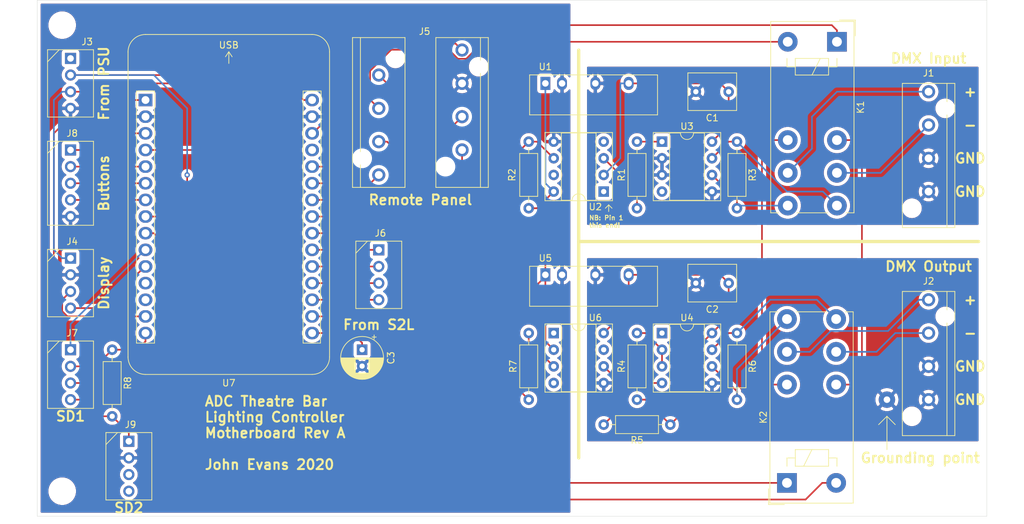
<source format=kicad_pcb>
(kicad_pcb (version 20171130) (host pcbnew "(5.1.4-0-10_14)")
  (layers (0 F.Cu signal) (31 B.Cu signal) (34 B.Paste user) (35 F.Paste user) (36 B.SilkS user) (37 F.SilkS user) (38 B.Mask user) (39 F.Mask user) (44 Edge.Cuts user))
  (net 0 "")
  (net 1 +5VD)
  (net 2 GNDD)
  (net 3 GND)
  (net 4 +5VL)
  (net 5 "Net-(C3-Pad1)")
  (net 6 "Net-(J1-Pad1)")
  (net 7 "Net-(J1-Pad2)")
  (net 8 "Net-(J2-Pad2)")
  (net 9 "Net-(J2-Pad1)")
  (net 10 "Net-(J3-Pad1)")
  (net 11 +12V)
  (net 12 +5V)
  (net 13 /I2C_SCL)
  (net 14 /I2C_SDA)
  (net 15 /BUTTON_1)
  (net 16 /BUTTON_2)
  (net 17 /LED_2)
  (net 18 /LED_1)
  (net 19 /LED_4)
  (net 20 /BUTTON_4)
  (net 21 /ADC_CH_4)
  (net 22 /ADC_CH_3)
  (net 23 /ADC_CH_2)
  (net 24 /ADC_CH_1)
  (net 25 /CS_D3)
  (net 26 /CLK)
  (net 27 /MOSI_CMD)
  (net 28 /MISO_D0)
  (net 29 "Net-(J8-Pad1)")
  (net 30 "Net-(J8-Pad2)")
  (net 31 "Net-(J8-Pad3)")
  (net 32 "Net-(J8-Pad4)")
  (net 33 +3V3)
  (net 34 "Net-(J9-Pad3)")
  (net 35 "Net-(J9-Pad4)")
  (net 36 "Net-(K1-Pad24)")
  (net 37 "Net-(K1-Pad22)")
  (net 38 "Net-(K1-Pad12)")
  (net 39 "Net-(K1-Pad14)")
  (net 40 "Net-(K2-Pad14)")
  (net 41 "Net-(K2-Pad24)")
  (net 42 "Net-(R1-Pad2)")
  (net 43 "Net-(R1-Pad1)")
  (net 44 /DMX_RX)
  (net 45 "Net-(R4-Pad2)")
  (net 46 "Net-(R5-Pad2)")
  (net 47 /DMX_TX)
  (net 48 "Net-(R7-Pad2)")
  (net 49 "Net-(U2-Pad1)")
  (net 50 "Net-(U2-Pad7)")
  (net 51 "Net-(U2-Pad4)")
  (net 52 "Net-(U3-Pad4)")
  (net 53 "Net-(U4-Pad1)")
  (net 54 "Net-(U6-Pad4)")
  (net 55 "Net-(U6-Pad7)")
  (net 56 "Net-(U6-Pad1)")
  (net 57 "Net-(U7-Pad19)")
  (net 58 "Net-(U7-Pad13)")
  (net 59 "Net-(U7-Pad12)")
  (module Connector_Wire:SolderWirePad_1x01_Drill1mm (layer F.Cu) (at 179.07 87.63)
    (fp_text reference REF** hide)
    (fp_text value SolderWirePad_1x01_Drill1mm)
    (pad 1 thru_hole circle (at 0 0) (size 2.49936 2.49936) (drill 1.00076) (layers *.Cu *.Mask) (net 3 GND))
  )
  (module Module:ESP32_DOIT30 (layer F.Cu) (at 78.74 41.91)
    (fp_text reference U7 (at 0 43.18) (layer F.SilkS))
    (fp_text value ESP32)
    (fp_text user USB (at 0 -8.382) (layer F.SilkS))
    (pad 29 thru_hole oval (at 12.7 33.02) (size 2.1 1.9) (drill 1.2) (layers *.Cu *.Mask) (net 44 /DMX_RX))
    (pad 27 thru_hole oval (at 12.7 27.94) (size 2.1 1.9) (drill 1.2) (layers *.Cu *.Mask) (net 22 /ADC_CH_3))
    (pad 28 thru_hole oval (at 12.7 30.48) (size 2.1 1.9) (drill 1.2) (layers *.Cu *.Mask) (net 21 /ADC_CH_4))
    (pad 30 thru_hole oval (at 12.7 35.56) (size 2.1 1.9) (drill 1.2) (layers *.Cu *.Mask) (net 5 "Net-(C3-Pad1)"))
    (pad 26 thru_hole oval (at 12.7 25.4) (size 2.1 1.9) (drill 1.2) (layers *.Cu *.Mask) (net 23 /ADC_CH_2))
    (pad 24 thru_hole oval (at 12.7 20.32) (size 2.1 1.9) (drill 1.2) (layers *.Cu *.Mask) (net 19 /LED_4))
    (pad 22 thru_hole oval (at 12.7 15.24) (size 2.1 1.9) (drill 1.2) (layers *.Cu *.Mask) (net 18 /LED_1))
    (pad 23 thru_hole oval (at 12.7 17.78) (size 2.1 1.9) (drill 1.2) (layers *.Cu *.Mask) (net 17 /LED_2))
    (pad 25 thru_hole oval (at 12.7 22.86) (size 2.1 1.9) (drill 1.2) (layers *.Cu *.Mask) (net 24 /ADC_CH_1))
    (pad 21 thru_hole oval (at 12.7 12.7) (size 2.1 1.9) (drill 1.2) (layers *.Cu *.Mask) (net 20 /BUTTON_4))
    (pad 11 thru_hole oval (at -12.7 25.4) (size 2.1 1.9) (drill 1.2) (layers *.Cu *.Mask) (net 14 /I2C_SDA))
    (pad 10 thru_hole oval (at -12.7 22.86) (size 2.1 1.9) (drill 1.2) (layers *.Cu *.Mask) (net 28 /MISO_D0))
    (pad 12 thru_hole oval (at -12.7 27.94) (size 2.1 1.9) (drill 1.2) (layers *.Cu *.Mask) (net 59 "Net-(U7-Pad12)"))
    (pad 9 thru_hole oval (at -12.7 20.32) (size 2.1 1.9) (drill 1.2) (layers *.Cu *.Mask) (net 26 /CLK))
    (pad 13 thru_hole oval (at -12.7 30.48) (size 2.1 1.9) (drill 1.2) (layers *.Cu *.Mask) (net 58 "Net-(U7-Pad13)"))
    (pad 8 thru_hole oval (at -12.7 17.78) (size 2.1 1.9) (drill 1.2) (layers *.Cu *.Mask) (net 25 /CS_D3))
    (pad 14 thru_hole oval (at -12.7 33.02) (size 2.1 1.9) (drill 1.2) (layers *.Cu *.Mask) (net 13 /I2C_SCL))
    (pad 7 thru_hole oval (at -12.7 15.24) (size 2.1 1.9) (drill 1.2) (layers *.Cu *.Mask) (net 32 "Net-(J8-Pad4)"))
    (pad 15 thru_hole oval (at -12.7 35.56) (size 2.1 1.9) (drill 1.2) (layers *.Cu *.Mask) (net 27 /MOSI_CMD))
    (pad 6 thru_hole oval (at -12.7 12.7) (size 2.1 1.9) (drill 1.2) (layers *.Cu *.Mask) (net 31 "Net-(J8-Pad3)"))
    (pad 16 thru_hole oval (at 12.7 0) (size 2.1 1.9) (drill 1.2) (layers *.Cu *.Mask) (net 12 +5V))
    (pad 5 thru_hole oval (at -12.7 10.16) (size 2.1 1.9) (drill 1.2) (layers *.Cu *.Mask) (net 30 "Net-(J8-Pad2)"))
    (pad 17 thru_hole oval (at 12.7 2.54) (size 2.1 1.9) (drill 1.2) (layers *.Cu *.Mask) (net 3 GND))
    (pad 4 thru_hole oval (at -12.7 7.62) (size 2.1 1.9) (drill 1.2) (layers *.Cu *.Mask) (net 47 /DMX_TX))
    (pad 18 thru_hole oval (at 12.7 5.08) (size 2.1 1.9) (drill 1.2) (layers *.Cu *.Mask) (net 15 /BUTTON_1))
    (pad 3 thru_hole oval (at -12.7 5.08) (size 2.1 1.9) (drill 1.2) (layers *.Cu *.Mask) (net 29 "Net-(J8-Pad1)"))
    (pad 19 thru_hole oval (at 12.7 7.62) (size 2.1 1.9) (drill 1.2) (layers *.Cu *.Mask) (net 57 "Net-(U7-Pad19)"))
    (pad 2 thru_hole oval (at -12.7 2.54) (size 2.1 1.9) (drill 1.2) (layers *.Cu *.Mask) (net 3 GND))
    (pad 20 thru_hole oval (at 12.7 10.16) (size 2.1 1.9) (drill 1.2) (layers *.Cu *.Mask) (net 16 /BUTTON_2))
    (pad 1 thru_hole rect (at -12.7 0) (size 2.1 1.9) (drill 1.2) (layers *.Cu *.Mask) (net 33 +3V3))
  )
  (module MountingHole:MountingHole_3.2mm_M3 (layer F.Cu) (at 53.34 101.6)
    (fp_text reference REF** hide)
    (fp_text value MountingHole_3.2mm_M3)
    (pad 1 np_thru_hole circle (at 0 0) (size 3.2 3.2) (drill 3.2) (layers *.Cu *.Mask))
  )
  (module MountingHole:MountingHole_3.2mm_M3 (layer F.Cu) (at 190.5 101.6)
    (fp_text reference REF** hide)
    (fp_text value MountingHole_3.2mm_M3)
    (pad 1 np_thru_hole circle (at 0 0) (size 3.2 3.2) (drill 3.2) (layers *.Cu *.Mask))
  )
  (module MountingHole:MountingHole_3.2mm_M3 (layer F.Cu) (at 190.5 30.48)
    (fp_text reference REF** hide)
    (fp_text value MountingHole_3.2mm_M3)
    (pad 1 np_thru_hole circle (at 0 0) (size 3.2 3.2) (drill 3.2) (layers *.Cu *.Mask))
  )
  (module MountingHole:MountingHole_3.2mm_M3 (layer F.Cu) (at 53.34 30.48)
    (fp_text reference REF** hide)
    (fp_text value MountingHole_3.2mm_M3)
    (pad 1 np_thru_hole circle (at 0 0) (size 3.2 3.2) (drill 3.2) (layers *.Cu *.Mask))
  )
  (module Connector_RJ:Krone_split_termials (layer F.Cu) (at 114.3 34.29)
    (fp_text reference J5 (at -5.715 -2.84) (layer F.SilkS))
    (fp_text value "Remote_Panel _Connector")
    (pad 5 thru_hole circle (at -12.7 13.97 180) (size 2 2) (drill 1.2) (layers *.Cu *.Mask) (net 18 /LED_1))
    (pad "" np_thru_hole circle (at -15.24 16.51 180) (size 2 2) (drill 2) (layers *.Cu *.Mask))
    (pad "" np_thru_hole circle (at -10.16 1.27 180) (size 2 2) (drill 2) (layers *.Cu *.Mask))
    (pad 8 thru_hole circle (at -12.7 8.89 180) (size 2 2) (drill 1.2) (layers *.Cu *.Mask) (net 11 +12V))
    (pad 4 thru_hole circle (at -12.7 19.05 180) (size 2 2) (drill 1.2) (layers *.Cu *.Mask) (net 20 /BUTTON_4))
    (pad 7 thru_hole circle (at -12.7 3.81 180) (size 2 2) (drill 1.2) (layers *.Cu *.Mask) (net 19 /LED_4))
    (pad "" np_thru_hole circle (at -2.54 17.78) (size 2 2) (drill 2) (layers *.Cu *.Mask))
    (pad "" np_thru_hole circle (at 2.54 2.54) (size 2 2) (drill 2) (layers *.Cu *.Mask))
    (pad 6 thru_hole circle (at 0 15.24) (size 2 2) (drill 1.2) (layers *.Cu *.Mask) (net 17 /LED_2))
    (pad 3 thru_hole circle (at 0 10.16) (size 2 2) (drill 1.2) (layers *.Cu *.Mask) (net 16 /BUTTON_2))
    (pad 1 thru_hole circle (at 0 5.08) (size 2 2) (drill 1.2) (layers *.Cu *.Mask) (net 3 GND))
    (pad 2 thru_hole circle (at 0 0) (size 2 2) (drill 1.2) (layers *.Cu *.Mask) (net 15 /BUTTON_1))
  )
  (module Connector_PinHeader_2.54mm:Krone_4_Way_terminal (layer F.Cu) (at 185.42 72.39)
    (fp_text reference J2 (at 0 -2.84) (layer F.SilkS))
    (fp_text value DMX_Out_Connector)
    (pad "" np_thru_hole circle (at -2.54 17.78) (size 2 2) (drill 2) (layers *.Cu *.Mask))
    (pad "" np_thru_hole circle (at 2.54 2.54) (size 2 2) (drill 2) (layers *.Cu *.Mask))
    (pad 4 thru_hole circle (at 0 15.24) (size 2 2) (drill 1.2) (layers *.Cu *.Mask) (net 3 GND))
    (pad 3 thru_hole circle (at 0 10.16) (size 2 2) (drill 1.2) (layers *.Cu *.Mask) (net 3 GND))
    (pad 2 thru_hole circle (at 0 5.08) (size 2 2) (drill 1.2) (layers *.Cu *.Mask) (net 8 "Net-(J2-Pad2)"))
    (pad 1 thru_hole circle (at 0 0) (size 2 2) (drill 1.2) (layers *.Cu *.Mask) (net 9 "Net-(J2-Pad1)"))
  )
  (module Connector_PinHeader_2.54mm:Krone_4_Way_terminal (layer F.Cu) (at 185.42 40.64)
    (fp_text reference J1 (at 0 -2.84) (layer F.SilkS))
    (fp_text value DMX_In_Connector)
    (pad "" np_thru_hole circle (at -2.54 17.78) (size 2 2) (drill 2) (layers *.Cu *.Mask))
    (pad "" np_thru_hole circle (at 2.54 2.54) (size 2 2) (drill 2) (layers *.Cu *.Mask))
    (pad 4 thru_hole circle (at 0 15.24) (size 2 2) (drill 1.2) (layers *.Cu *.Mask) (net 2 GNDD))
    (pad 3 thru_hole circle (at 0 10.16) (size 2 2) (drill 1.2) (layers *.Cu *.Mask) (net 2 GNDD))
    (pad 2 thru_hole circle (at 0 5.08) (size 2 2) (drill 1.2) (layers *.Cu *.Mask) (net 7 "Net-(J1-Pad2)"))
    (pad 1 thru_hole circle (at 0 0) (size 2 2) (drill 1.2) (layers *.Cu *.Mask) (net 6 "Net-(J1-Pad1)"))
  )
  (module Package_DIP:DIP-8_W7.62mm_Socket (layer F.Cu) (at 144.78 48.26)
    (fp_text reference U3 (at 3.81 -2.33) (layer F.SilkS))
    (fp_text value MAX481E)
    (pad 8 thru_hole oval (at 7.62 0) (size 1.6 1.6) (drill 0.8) (layers *.Cu *.Mask) (net 1 +5VD))
    (pad 4 thru_hole oval (at 0 7.62) (size 1.6 1.6) (drill 0.8) (layers *.Cu *.Mask) (net 52 "Net-(U3-Pad4)"))
    (pad 7 thru_hole oval (at 7.62 2.54) (size 1.6 1.6) (drill 0.8) (layers *.Cu *.Mask) (net 39 "Net-(K1-Pad14)"))
    (pad 3 thru_hole oval (at 0 5.08) (size 1.6 1.6) (drill 0.8) (layers *.Cu *.Mask) (net 2 GNDD))
    (pad 6 thru_hole oval (at 7.62 5.08) (size 1.6 1.6) (drill 0.8) (layers *.Cu *.Mask) (net 36 "Net-(K1-Pad24)"))
    (pad 2 thru_hole oval (at 0 2.54) (size 1.6 1.6) (drill 0.8) (layers *.Cu *.Mask) (net 2 GNDD))
    (pad 5 thru_hole oval (at 7.62 7.62) (size 1.6 1.6) (drill 0.8) (layers *.Cu *.Mask) (net 2 GNDD))
    (pad 1 thru_hole rect (at 0 0) (size 1.6 1.6) (drill 0.8) (layers *.Cu *.Mask) (net 42 "Net-(R1-Pad2)"))
  )
  (module Capacitor_THT:C_Rect_L7.2mm_W5.5mm_P5.00mm_FKS2_FKP2_MKS2_MKP2 (layer F.Cu) (at 154.94 40.64 180)
    (fp_text reference C1 (at 2.5 -4) (layer F.SilkS))
    (fp_text value 470nF)
    (pad 2 thru_hole circle (at 5 0 180) (size 1.6 1.6) (drill 0.8) (layers *.Cu *.Mask) (net 2 GNDD))
    (pad 1 thru_hole circle (at 0 0 180) (size 1.6 1.6) (drill 0.8) (layers *.Cu *.Mask) (net 1 +5VD))
  )
  (module Capacitor_THT:C_Rect_L7.2mm_W5.5mm_P5.00mm_FKS2_FKP2_MKS2_MKP2 (layer F.Cu) (at 154.94 69.85 180)
    (fp_text reference C2 (at 2.5 -4) (layer F.SilkS))
    (fp_text value 470nF)
    (pad 2 thru_hole circle (at 5 0 180) (size 1.6 1.6) (drill 0.8) (layers *.Cu *.Mask) (net 3 GND))
    (pad 1 thru_hole circle (at 0 0 180) (size 1.6 1.6) (drill 0.8) (layers *.Cu *.Mask) (net 4 +5VL))
  )
  (module Capacitor_THT:CP_Radial_D6.3mm_P2.50mm (layer F.Cu) (at 99.06 80.01 270)
    (fp_text reference C3 (at 1.25 -4.4 90) (layer F.SilkS))
    (fp_text value 10uF)
    (pad 2 thru_hole circle (at 2.5 0 270) (size 1.6 1.6) (drill 0.8) (layers *.Cu *.Mask) (net 3 GND))
    (pad 1 thru_hole rect (at 0 0 270) (size 1.6 1.6) (drill 0.8) (layers *.Cu *.Mask) (net 5 "Net-(C3-Pad1)"))
  )
  (module Connector_PinHeader_2.54mm:Molex_KK254_1x04Vertical (layer F.Cu) (at 54.61 35.56)
    (fp_text reference J3 (at 2.54 -2.54) (layer F.SilkS))
    (fp_text value PSU_Connector)
    (pad 4 thru_hole oval (at 0 7.62) (size 1.7 1.7) (drill 1) (layers *.Cu *.Mask) (net 3 GND))
    (pad 3 thru_hole oval (at 0 5.08) (size 1.7 1.7) (drill 1) (layers *.Cu *.Mask) (net 12 +5V))
    (pad 2 thru_hole oval (at 0 2.54) (size 1.7 1.7) (drill 1) (layers *.Cu *.Mask) (net 11 +12V))
    (pad 1 thru_hole rect (at 0 0) (size 1.7 1.7) (drill 1) (layers *.Cu *.Mask) (net 10 "Net-(J3-Pad1)"))
  )
  (module Connector_PinHeader_2.54mm:Molex_KK254_1x04Vertical (layer F.Cu) (at 54.61 66.04)
    (fp_text reference J4 (at 0.254 -2.54) (layer F.SilkS))
    (fp_text value Display_Connector)
    (pad 4 thru_hole oval (at 0 7.62) (size 1.7 1.7) (drill 1) (layers *.Cu *.Mask) (net 14 /I2C_SDA))
    (pad 3 thru_hole oval (at 0 5.08) (size 1.7 1.7) (drill 1) (layers *.Cu *.Mask) (net 13 /I2C_SCL))
    (pad 2 thru_hole oval (at 0 2.54) (size 1.7 1.7) (drill 1) (layers *.Cu *.Mask) (net 3 GND))
    (pad 1 thru_hole rect (at 0 0) (size 1.7 1.7) (drill 1) (layers *.Cu *.Mask) (net 12 +5V))
  )
  (module Connector_PinHeader_2.54mm:Molex_KK254_1x04Vertical (layer F.Cu) (at 101.6 64.77)
    (fp_text reference J6 (at 0.254 -2.54) (layer F.SilkS))
    (fp_text value S2L_Board_Connector)
    (pad 4 thru_hole oval (at 0 7.62) (size 1.7 1.7) (drill 1) (layers *.Cu *.Mask) (net 21 /ADC_CH_4))
    (pad 3 thru_hole oval (at 0 5.08) (size 1.7 1.7) (drill 1) (layers *.Cu *.Mask) (net 22 /ADC_CH_3))
    (pad 2 thru_hole oval (at 0 2.54) (size 1.7 1.7) (drill 1) (layers *.Cu *.Mask) (net 23 /ADC_CH_2))
    (pad 1 thru_hole rect (at 0 0) (size 1.7 1.7) (drill 1) (layers *.Cu *.Mask) (net 24 /ADC_CH_1))
  )
  (module Connector_PinHeader_2.54mm:Molex_KK254_1x04Vertical (layer F.Cu) (at 54.61 80.01)
    (fp_text reference J7 (at 0.254 -2.54) (layer F.SilkS))
    (fp_text value SD_Card_Connector_1)
    (pad 4 thru_hole oval (at 0 7.62) (size 1.7 1.7) (drill 1) (layers *.Cu *.Mask) (net 25 /CS_D3))
    (pad 3 thru_hole oval (at 0 5.08) (size 1.7 1.7) (drill 1) (layers *.Cu *.Mask) (net 26 /CLK))
    (pad 2 thru_hole oval (at 0 2.54) (size 1.7 1.7) (drill 1) (layers *.Cu *.Mask) (net 27 /MOSI_CMD))
    (pad 1 thru_hole rect (at 0 0) (size 1.7 1.7) (drill 1) (layers *.Cu *.Mask) (net 28 /MISO_D0))
  )
  (module Connector_PinHeader_2.54mm:Molex_KK254_1x05Vertical (layer F.Cu) (at 54.61 49.53)
    (fp_text reference J8 (at 0.254 -2.54) (layer F.SilkS))
    (fp_text value Buttons_Connector)
    (pad 5 thru_hole oval (at 0 10.16) (size 1.7 1.7) (drill 1) (layers *.Cu *.Mask) (net 3 GND))
    (pad 4 thru_hole oval (at 0 7.62) (size 1.7 1.7) (drill 1) (layers *.Cu *.Mask) (net 32 "Net-(J8-Pad4)"))
    (pad 3 thru_hole oval (at 0 5.08) (size 1.7 1.7) (drill 1) (layers *.Cu *.Mask) (net 31 "Net-(J8-Pad3)"))
    (pad 2 thru_hole oval (at 0 2.54) (size 1.7 1.7) (drill 1) (layers *.Cu *.Mask) (net 30 "Net-(J8-Pad2)"))
    (pad 1 thru_hole rect (at 0 0) (size 1.7 1.7) (drill 1) (layers *.Cu *.Mask) (net 29 "Net-(J8-Pad1)"))
  )
  (module Connector_PinHeader_2.54mm:Molex_KK254_1x04Vertical (layer F.Cu) (at 63.5 93.98)
    (fp_text reference J9 (at 0.254 -2.54) (layer F.SilkS))
    (fp_text value SD_Card_Connector_2)
    (pad 4 thru_hole oval (at 0 7.62) (size 1.7 1.7) (drill 1) (layers *.Cu *.Mask) (net 35 "Net-(J9-Pad4)"))
    (pad 3 thru_hole oval (at 0 5.08) (size 1.7 1.7) (drill 1) (layers *.Cu *.Mask) (net 34 "Net-(J9-Pad3)"))
    (pad 2 thru_hole oval (at 0 2.54) (size 1.7 1.7) (drill 1) (layers *.Cu *.Mask) (net 3 GND))
    (pad 1 thru_hole rect (at 0 0) (size 1.7 1.7) (drill 1) (layers *.Cu *.Mask) (net 33 +3V3))
  )
  (module Relay_THT:Relay_DPDT_Finder_40.52 (layer F.Cu) (at 171.45 33.02 270)
    (fp_text reference K1 (at 10 -3.6 90) (layer F.SilkS))
    (fp_text value "DPDT Relay")
    (pad 14 thru_hole circle (at 25 0 270) (size 3 3) (drill 1.5) (layers *.Cu *.Mask) (net 39 "Net-(K1-Pad14)"))
    (pad 21 thru_hole circle (at 20 7.5 270) (size 3 3) (drill 1.5) (layers *.Cu *.Mask) (net 6 "Net-(J1-Pad1)"))
    (pad 12 thru_hole circle (at 15 0 270) (size 3 3) (drill 1.5) (layers *.Cu *.Mask) (net 38 "Net-(K1-Pad12)"))
    (pad 22 thru_hole circle (at 15 7.5 270) (size 3 3) (drill 1.5) (layers *.Cu *.Mask) (net 37 "Net-(K1-Pad22)"))
    (pad 24 thru_hole circle (at 25 7.5 270) (size 3 3) (drill 1.5) (layers *.Cu *.Mask) (net 36 "Net-(K1-Pad24)"))
    (pad 11 thru_hole circle (at 20 0 270) (size 3 3) (drill 1.5) (layers *.Cu *.Mask) (net 7 "Net-(J1-Pad2)"))
    (pad A2 thru_hole circle (at 0 7.5 270) (size 3 3) (drill 1.5) (layers *.Cu *.Mask) (net 3 GND))
    (pad A1 thru_hole rect (at 0 0 270) (size 3 3) (drill 1.5) (layers *.Cu *.Mask) (net 11 +12V))
  )
  (module Relay_THT:Relay_DPDT_Finder_40.52 (layer F.Cu) (at 163.83 100.33 90)
    (fp_text reference K2 (at 10 -3.6 90) (layer F.SilkS))
    (fp_text value "DPDT Relay")
    (pad 14 thru_hole circle (at 25 0 90) (size 3 3) (drill 1.5) (layers *.Cu *.Mask) (net 40 "Net-(K2-Pad14)"))
    (pad 21 thru_hole circle (at 20 7.5 90) (size 3 3) (drill 1.5) (layers *.Cu *.Mask) (net 8 "Net-(J2-Pad2)"))
    (pad 12 thru_hole circle (at 15 0 90) (size 3 3) (drill 1.5) (layers *.Cu *.Mask) (net 37 "Net-(K1-Pad22)"))
    (pad 22 thru_hole circle (at 15 7.5 90) (size 3 3) (drill 1.5) (layers *.Cu *.Mask) (net 38 "Net-(K1-Pad12)"))
    (pad 24 thru_hole circle (at 25 7.5 90) (size 3 3) (drill 1.5) (layers *.Cu *.Mask) (net 41 "Net-(K2-Pad24)"))
    (pad 11 thru_hole circle (at 20 0 90) (size 3 3) (drill 1.5) (layers *.Cu *.Mask) (net 9 "Net-(J2-Pad1)"))
    (pad A2 thru_hole circle (at 0 7.5 90) (size 3 3) (drill 1.5) (layers *.Cu *.Mask) (net 3 GND))
    (pad A1 thru_hole rect (at 0 0 90) (size 3 3) (drill 1.5) (layers *.Cu *.Mask) (net 11 +12V))
  )
  (module Resistor_THT:R_Axial_DIN0207_L6.3mm_D2.5mm_P10.16mm_Horizontal (layer F.Cu) (at 140.97 58.42 90)
    (fp_text reference R1 (at 5.08 -2.37 90) (layer F.SilkS))
    (fp_text value 470R)
    (pad 2 thru_hole oval (at 10.16 0 90) (size 1.6 1.6) (drill 0.8) (layers *.Cu *.Mask) (net 42 "Net-(R1-Pad2)"))
    (pad 1 thru_hole circle (at 0 0 90) (size 1.6 1.6) (drill 0.8) (layers *.Cu *.Mask) (net 43 "Net-(R1-Pad1)"))
  )
  (module Resistor_THT:R_Axial_DIN0207_L6.3mm_D2.5mm_P10.16mm_Horizontal (layer F.Cu) (at 124.46 48.26 270)
    (fp_text reference R2 (at 5.08 2.54 90) (layer F.SilkS))
    (fp_text value 4.7k)
    (pad 2 thru_hole oval (at 10.16 0 270) (size 1.6 1.6) (drill 0.8) (layers *.Cu *.Mask) (net 12 +5V))
    (pad 1 thru_hole circle (at 0 0 270) (size 1.6 1.6) (drill 0.8) (layers *.Cu *.Mask) (net 44 /DMX_RX))
  )
  (module Resistor_THT:R_Axial_DIN0207_L6.3mm_D2.5mm_P10.16mm_Horizontal (layer F.Cu) (at 156.21 48.26 270)
    (fp_text reference R3 (at 5.08 -2.37 90) (layer F.SilkS))
    (fp_text value 120R)
    (pad 2 thru_hole oval (at 10.16 0 270) (size 1.6 1.6) (drill 0.8) (layers *.Cu *.Mask) (net 36 "Net-(K1-Pad24)"))
    (pad 1 thru_hole circle (at 0 0 270) (size 1.6 1.6) (drill 0.8) (layers *.Cu *.Mask) (net 39 "Net-(K1-Pad14)"))
  )
  (module Resistor_THT:R_Axial_DIN0207_L6.3mm_D2.5mm_P10.16mm_Horizontal (layer F.Cu) (at 140.97 87.63 90)
    (fp_text reference R4 (at 5.08 -2.37 90) (layer F.SilkS))
    (fp_text value 4.7k)
    (pad 2 thru_hole oval (at 10.16 0 90) (size 1.6 1.6) (drill 0.8) (layers *.Cu *.Mask) (net 45 "Net-(R4-Pad2)"))
    (pad 1 thru_hole circle (at 0 0 90) (size 1.6 1.6) (drill 0.8) (layers *.Cu *.Mask) (net 4 +5VL))
  )
  (module Resistor_THT:R_Axial_DIN0207_L6.3mm_D2.5mm_P10.16mm_Horizontal (layer F.Cu) (at 146.05 91.44 180)
    (fp_text reference R5 (at 5.08 -2.37) (layer F.SilkS))
    (fp_text value 4.7k)
    (pad 2 thru_hole oval (at 10.16 0 180) (size 1.6 1.6) (drill 0.8) (layers *.Cu *.Mask) (net 46 "Net-(R5-Pad2)"))
    (pad 1 thru_hole circle (at 0 0 180) (size 1.6 1.6) (drill 0.8) (layers *.Cu *.Mask) (net 4 +5VL))
  )
  (module Resistor_THT:R_Axial_DIN0207_L6.3mm_D2.5mm_P10.16mm_Horizontal (layer F.Cu) (at 156.21 77.47 270)
    (fp_text reference R6 (at 5.08 -2.37 90) (layer F.SilkS))
    (fp_text value 120R)
    (pad 2 thru_hole oval (at 10.16 0 270) (size 1.6 1.6) (drill 0.8) (layers *.Cu *.Mask) (net 40 "Net-(K2-Pad14)"))
    (pad 1 thru_hole circle (at 0 0 270) (size 1.6 1.6) (drill 0.8) (layers *.Cu *.Mask) (net 41 "Net-(K2-Pad24)"))
  )
  (module Resistor_THT:R_Axial_DIN0207_L6.3mm_D2.5mm_P10.16mm_Horizontal (layer F.Cu) (at 124.46 87.63 90)
    (fp_text reference R7 (at 5.08 -2.37 90) (layer F.SilkS))
    (fp_text value 470R)
    (pad 2 thru_hole oval (at 10.16 0 90) (size 1.6 1.6) (drill 0.8) (layers *.Cu *.Mask) (net 48 "Net-(R7-Pad2)"))
    (pad 1 thru_hole circle (at 0 0 90) (size 1.6 1.6) (drill 0.8) (layers *.Cu *.Mask) (net 47 /DMX_TX))
  )
  (module Resistor_THT:R_Axial_DIN0207_L6.3mm_D2.5mm_P10.16mm_Horizontal (layer F.Cu) (at 60.96 80.01 270)
    (fp_text reference R8 (at 5.08 -2.37 90) (layer F.SilkS))
    (fp_text value 10k)
    (pad 2 thru_hole oval (at 10.16 0 270) (size 1.6 1.6) (drill 0.8) (layers *.Cu *.Mask) (net 33 +3V3))
    (pad 1 thru_hole circle (at 0 0 270) (size 1.6 1.6) (drill 0.8) (layers *.Cu *.Mask) (net 27 /MOSI_CMD))
  )
  (module Converter_DCDC:Traco_TMA_DCDCsingle (layer F.Cu) (at 127 39.37)
    (fp_text reference U1 (at 0 -2.54) (layer F.SilkS))
    (fp_text value "DMX Input 5V Isolation")
    (pad 4 thru_hole oval (at 7.62 0) (size 1.5 2) (drill 1) (layers *.Cu *.Mask) (net 2 GNDD))
    (pad 6 thru_hole oval (at 12.7 0) (size 1.5 2) (drill 1) (layers *.Cu *.Mask) (net 1 +5VD))
    (pad 2 thru_hole oval (at 2.54 0) (size 1.5 2) (drill 1) (layers *.Cu *.Mask) (net 3 GND))
    (pad 1 thru_hole rect (at 0 0) (size 1.5 2) (drill 1) (layers *.Cu *.Mask) (net 12 +5V))
  )
  (module Package_DIP:DIP-8_W7.62mm_Socket (layer F.Cu) (at 135.89 55.88 180)
    (fp_text reference U2 (at 1.27 -2.33) (layer F.SilkS))
    (fp_text value 6N136)
    (pad 8 thru_hole oval (at 7.62 0 180) (size 1.6 1.6) (drill 0.8) (layers *.Cu *.Mask) (net 12 +5V))
    (pad 4 thru_hole oval (at 0 7.62 180) (size 1.6 1.6) (drill 0.8) (layers *.Cu *.Mask) (net 51 "Net-(U2-Pad4)"))
    (pad 7 thru_hole oval (at 7.62 2.54 180) (size 1.6 1.6) (drill 0.8) (layers *.Cu *.Mask) (net 50 "Net-(U2-Pad7)"))
    (pad 3 thru_hole oval (at 0 5.08 180) (size 1.6 1.6) (drill 0.8) (layers *.Cu *.Mask) (net 43 "Net-(R1-Pad1)"))
    (pad 6 thru_hole oval (at 7.62 5.08 180) (size 1.6 1.6) (drill 0.8) (layers *.Cu *.Mask) (net 44 /DMX_RX))
    (pad 2 thru_hole oval (at 0 2.54 180) (size 1.6 1.6) (drill 0.8) (layers *.Cu *.Mask) (net 1 +5VD))
    (pad 5 thru_hole oval (at 7.62 7.62 180) (size 1.6 1.6) (drill 0.8) (layers *.Cu *.Mask) (net 3 GND))
    (pad 1 thru_hole rect (at 0 0 180) (size 1.6 1.6) (drill 0.8) (layers *.Cu *.Mask) (net 49 "Net-(U2-Pad1)"))
  )
  (module Package_DIP:DIP-8_W7.62mm_Socket (layer F.Cu) (at 144.78 77.47)
    (fp_text reference U4 (at 3.81 -2.33) (layer F.SilkS))
    (fp_text value MAX481E)
    (pad 8 thru_hole oval (at 7.62 0) (size 1.6 1.6) (drill 0.8) (layers *.Cu *.Mask) (net 4 +5VL))
    (pad 4 thru_hole oval (at 0 7.62) (size 1.6 1.6) (drill 0.8) (layers *.Cu *.Mask) (net 46 "Net-(R5-Pad2)"))
    (pad 7 thru_hole oval (at 7.62 2.54) (size 1.6 1.6) (drill 0.8) (layers *.Cu *.Mask) (net 41 "Net-(K2-Pad24)"))
    (pad 3 thru_hole oval (at 0 5.08) (size 1.6 1.6) (drill 0.8) (layers *.Cu *.Mask) (net 45 "Net-(R4-Pad2)"))
    (pad 6 thru_hole oval (at 7.62 5.08) (size 1.6 1.6) (drill 0.8) (layers *.Cu *.Mask) (net 40 "Net-(K2-Pad14)"))
    (pad 2 thru_hole oval (at 0 2.54) (size 1.6 1.6) (drill 0.8) (layers *.Cu *.Mask) (net 45 "Net-(R4-Pad2)"))
    (pad 5 thru_hole oval (at 7.62 7.62) (size 1.6 1.6) (drill 0.8) (layers *.Cu *.Mask) (net 3 GND))
    (pad 1 thru_hole rect (at 0 0) (size 1.6 1.6) (drill 0.8) (layers *.Cu *.Mask) (net 53 "Net-(U4-Pad1)"))
  )
  (module Converter_DCDC:Traco_TMA_DCDCsingle (layer F.Cu) (at 127 68.58)
    (fp_text reference U5 (at 0 -2.54) (layer F.SilkS))
    (fp_text value "DMX Output 5V Isolation")
    (pad 4 thru_hole oval (at 7.62 0) (size 1.5 2) (drill 1) (layers *.Cu *.Mask) (net 3 GND))
    (pad 6 thru_hole oval (at 12.7 0) (size 1.5 2) (drill 1) (layers *.Cu *.Mask) (net 4 +5VL))
    (pad 2 thru_hole oval (at 2.54 0) (size 1.5 2) (drill 1) (layers *.Cu *.Mask) (net 3 GND))
    (pad 1 thru_hole rect (at 0 0) (size 1.5 2) (drill 1) (layers *.Cu *.Mask) (net 12 +5V))
  )
  (module Package_DIP:DIP-8_W7.62mm_Socket (layer F.Cu) (at 128.27 77.47)
    (fp_text reference U6 (at 6.35 -2.33) (layer F.SilkS))
    (fp_text value 6N136)
    (pad 8 thru_hole oval (at 7.62 0) (size 1.6 1.6) (drill 0.8) (layers *.Cu *.Mask) (net 4 +5VL))
    (pad 4 thru_hole oval (at 0 7.62) (size 1.6 1.6) (drill 0.8) (layers *.Cu *.Mask) (net 54 "Net-(U6-Pad4)"))
    (pad 7 thru_hole oval (at 7.62 2.54) (size 1.6 1.6) (drill 0.8) (layers *.Cu *.Mask) (net 55 "Net-(U6-Pad7)"))
    (pad 3 thru_hole oval (at 0 5.08) (size 1.6 1.6) (drill 0.8) (layers *.Cu *.Mask) (net 48 "Net-(R7-Pad2)"))
    (pad 6 thru_hole oval (at 7.62 5.08) (size 1.6 1.6) (drill 0.8) (layers *.Cu *.Mask) (net 46 "Net-(R5-Pad2)"))
    (pad 2 thru_hole oval (at 0 2.54) (size 1.6 1.6) (drill 0.8) (layers *.Cu *.Mask) (net 12 +5V))
    (pad 5 thru_hole oval (at 7.62 7.62) (size 1.6 1.6) (drill 0.8) (layers *.Cu *.Mask) (net 3 GND))
    (pad 1 thru_hole rect (at 0 0) (size 1.6 1.6) (drill 0.8) (layers *.Cu *.Mask) (net 56 "Net-(U6-Pad1)"))
  )
  (gr_line (start 136.652 57.912) (end 137.16 58.42) (layer F.SilkS) (width 0.12))
  (gr_line (start 136.144 58.42) (end 136.652 57.912) (layer F.SilkS) (width 0.12))
  (gr_line (start 136.652 57.912) (end 136.652 58.928) (layer F.SilkS) (width 0.12))
  (gr_text "NB: Pin 1 \nthis end!" (at 133.604 60.452) (layer F.SilkS) (effects (font (size 0.7 0.7)) (justify left)))
  (gr_line (start 179.07 90.17) (end 180.34 91.44) (layer F.SilkS) (width 0.12))
  (gr_line (start 177.8 91.44) (end 179.07 90.17) (layer F.SilkS) (width 0.12))
  (gr_line (start 179.07 95.25) (end 179.07 90.17) (layer F.SilkS) (width 0.12))
  (gr_text "Grounding point\n" (at 184.15 96.52) (layer F.SilkS) (effects (font (size 1.5 1.5) (thickness 0.3))))
  (gr_text "From PSU" (at 59.69 39.37 90) (layer F.SilkS) (effects (font (size 1.5 1.5) (thickness 0.3))))
  (gr_text Buttons (at 59.69 54.61 90) (layer F.SilkS) (effects (font (size 1.5 1.5) (thickness 0.3))))
  (gr_text Display (at 59.69 69.85 90) (layer F.SilkS) (effects (font (size 1.5 1.5) (thickness 0.3))))
  (gr_text SD2 (at 63.5 104.14) (layer F.SilkS) (effects (font (size 1.5 1.5) (thickness 0.3))))
  (gr_text SD1 (at 54.61 90.17) (layer F.SilkS) (effects (font (size 1.5 1.5) (thickness 0.3))))
  (gr_text "From S2L" (at 101.6 76.2) (layer F.SilkS) (effects (font (size 1.5 1.5) (thickness 0.3))))
  (gr_text "Remote Panel" (at 107.95 57.15) (layer F.SilkS) (effects (font (size 1.5 1.5) (thickness 0.3))))
  (gr_text "DMX Output" (at 185.42 67.31) (layer F.SilkS) (effects (font (size 1.5 1.5) (thickness 0.3))))
  (gr_text "DMX Input\n" (at 185.42 35.56) (layer F.SilkS) (effects (font (size 1.5 1.5) (thickness 0.3))))
  (gr_text "ADC Theatre Bar\nLighting Controller\nMotherboard Rev A\n\nJohn Evans 2020\n" (at 74.93 92.71) (layer F.SilkS) (effects (font (size 1.5 1.5) (thickness 0.3)) (justify left)))
  (gr_text + (at 191.77 72.39) (layer F.SilkS) (effects (font (size 1.5 1.5) (thickness 0.3))))
  (gr_text GND (at 191.77 82.55) (layer F.SilkS) (effects (font (size 1.5 1.5) (thickness 0.3))))
  (gr_text GND (at 191.77 87.63) (layer F.SilkS) (effects (font (size 1.5 1.5) (thickness 0.3))))
  (gr_text - (at 191.77 77.47) (layer F.SilkS) (effects (font (size 1.5 1.5) (thickness 0.3))))
  (gr_text + (at 191.77 40.64) (layer F.SilkS) (effects (font (size 1.5 1.5) (thickness 0.3))))
  (gr_text - (at 191.77 45.72) (layer F.SilkS) (effects (font (size 1.5 1.5) (thickness 0.3))))
  (gr_text GND (at 191.77 55.88) (layer F.SilkS) (effects (font (size 1.5 1.5) (thickness 0.3))))
  (gr_text GND (at 191.77 50.8) (layer F.SilkS) (effects (font (size 1.5 1.5) (thickness 0.3))))
  (gr_line (start 132.08 63.5) (end 193.04 63.5) (layer F.SilkS) (width 0.5))
  (gr_line (start 132.08 96.52) (end 132.08 34.29) (layer F.SilkS) (width 0.5))
  (gr_line (start 49.53 105.41) (end 49.53 26.67) (layer Edge.Cuts) (width 0.05))
  (gr_line (start 194.31 105.41) (end 49.53 105.41) (layer Edge.Cuts) (width 0.05))
  (gr_line (start 194.31 26.67) (end 194.31 105.41) (layer Edge.Cuts) (width 0.05))
  (gr_line (start 49.53 26.67) (end 194.31 26.67) (layer Edge.Cuts) (width 0.05))
  (segment (start 153.67 39.37) (end 154.94 40.64) (width 0.25) (layer F.Cu) (net 1))
  (segment (start 139.7 39.37) (end 153.67 39.37) (width 0.25) (layer F.Cu) (net 1))
  (segment (start 154.94 45.72) (end 152.4 48.26) (width 0.25) (layer F.Cu) (net 1))
  (segment (start 154.94 40.64) (end 154.94 45.72) (width 0.25) (layer F.Cu) (net 1))
  (segment (start 135.89 53.34) (end 138.43 50.8) (width 0.25) (layer B.Cu) (net 1))
  (segment (start 138.43 50.8) (end 138.43 39.37) (width 0.25) (layer B.Cu) (net 1))
  (segment (start 138.43 39.37) (end 139.7 39.37) (width 0.25) (layer B.Cu) (net 1))
  (segment (start 169.20868 100.33) (end 166.66868 102.87) (width 0.25) (layer F.Cu) (net 3))
  (segment (start 171.33 100.33) (end 169.20868 100.33) (width 0.25) (layer F.Cu) (net 3))
  (segment (start 166.66868 102.87) (end 130.81 102.87) (width 0.25) (layer F.Cu) (net 3))
  (segment (start 163.95 33.02) (end 130.81 33.02) (width 0.25) (layer F.Cu) (net 3))
  (segment (start 153.67 68.58) (end 154.94 69.85) (width 0.25) (layer F.Cu) (net 4))
  (segment (start 139.7 68.58) (end 153.67 68.58) (width 0.25) (layer F.Cu) (net 4))
  (segment (start 154.94 74.93) (end 152.4 77.47) (width 0.25) (layer F.Cu) (net 4))
  (segment (start 154.94 69.85) (end 154.94 74.93) (width 0.25) (layer F.Cu) (net 4))
  (segment (start 135.89 77.47) (end 139.7 73.66) (width 0.25) (layer F.Cu) (net 4))
  (segment (start 139.7 73.66) (end 139.7 68.58) (width 0.25) (layer F.Cu) (net 4))
  (segment (start 142.24 87.63) (end 146.05 91.44) (width 0.25) (layer F.Cu) (net 4))
  (segment (start 140.97 87.63) (end 142.24 87.63) (width 0.25) (layer F.Cu) (net 4))
  (segment (start 146.05 91.44) (end 148.59 88.9) (width 0.25) (layer F.Cu) (net 4))
  (segment (start 148.59 88.9) (end 148.59 81.28) (width 0.25) (layer F.Cu) (net 4))
  (segment (start 148.59 81.28) (end 152.4 77.47) (width 0.25) (layer F.Cu) (net 4))
  (segment (start 99.06 78.96) (end 99.06 80.01) (width 0.25) (layer F.Cu) (net 5))
  (segment (start 97.57 77.47) (end 99.06 78.96) (width 0.25) (layer F.Cu) (net 5))
  (segment (start 91.44 77.47) (end 97.57 77.47) (width 0.25) (layer F.Cu) (net 5))
  (segment (start 167.64 44.45) (end 171.45 40.64) (width 0.25) (layer B.Cu) (net 6))
  (segment (start 171.45 40.64) (end 185.42 40.64) (width 0.25) (layer B.Cu) (net 6))
  (segment (start 167.64 49.33) (end 167.64 44.45) (width 0.25) (layer B.Cu) (net 6))
  (segment (start 163.95 53.02) (end 167.64 49.33) (width 0.25) (layer B.Cu) (net 6))
  (segment (start 178.12 53.02) (end 185.42 45.72) (width 0.25) (layer B.Cu) (net 7))
  (segment (start 171.45 53.02) (end 178.12 53.02) (width 0.25) (layer B.Cu) (net 7))
  (segment (start 180.34 77.47) (end 177.48 80.33) (width 0.25) (layer B.Cu) (net 8))
  (segment (start 177.48 80.33) (end 171.33 80.33) (width 0.25) (layer B.Cu) (net 8))
  (segment (start 185.42 77.47) (end 180.34 77.47) (width 0.25) (layer B.Cu) (net 8))
  (segment (start 179.240786 77.155001) (end 184.005787 72.39) (width 0.25) (layer B.Cu) (net 9))
  (segment (start 170.494999 77.155001) (end 179.240786 77.155001) (width 0.25) (layer B.Cu) (net 9))
  (segment (start 167.32 80.33) (end 170.494999 77.155001) (width 0.25) (layer B.Cu) (net 9))
  (segment (start 184.005787 72.39) (end 185.42 72.39) (width 0.25) (layer B.Cu) (net 9))
  (segment (start 163.83 80.33) (end 167.32 80.33) (width 0.25) (layer B.Cu) (net 9))
  (segment (start 163.83 100.33) (end 87.63 100.33) (width 0.25) (layer F.Cu) (net 11))
  (via (at 72.39 53.34) (size 0.8) (drill 0.4) (layers F.Cu B.Cu) (net 11))
  (segment (start 72.39 85.09) (end 72.39 53.34) (width 0.25) (layer F.Cu) (net 11))
  (segment (start 87.63 100.33) (end 72.39 85.09) (width 0.25) (layer F.Cu) (net 11))
  (segment (start 72.39 53.34) (end 72.39 43.18) (width 0.25) (layer B.Cu) (net 11))
  (segment (start 67.31 38.1) (end 54.61 38.1) (width 0.25) (layer B.Cu) (net 11))
  (segment (start 72.39 43.18) (end 67.31 38.1) (width 0.25) (layer B.Cu) (net 11))
  (segment (start 171.45 31.27) (end 170.66 30.48) (width 0.25) (layer F.Cu) (net 11))
  (segment (start 171.45 33.02) (end 171.45 31.27) (width 0.25) (layer F.Cu) (net 11))
  (segment (start 170.66 30.48) (end 100.33 30.48) (width 0.25) (layer F.Cu) (net 11))
  (segment (start 100.33 30.48) (end 92.71 38.1) (width 0.25) (layer F.Cu) (net 11))
  (segment (start 54.61 38.1) (end 92.71 38.1) (width 0.25) (layer F.Cu) (net 11))
  (segment (start 114.936001 35.615001) (end 118.11 32.441002) (width 0.25) (layer F.Cu) (net 11))
  (segment (start 113.663999 35.615001) (end 114.936001 35.615001) (width 0.25) (layer F.Cu) (net 11))
  (segment (start 103.503999 34.234999) (end 112.283997 34.234999) (width 0.25) (layer F.Cu) (net 11))
  (segment (start 112.283997 34.234999) (end 113.663999 35.615001) (width 0.25) (layer F.Cu) (net 11))
  (segment (start 100.274999 41.854999) (end 100.274999 37.463999) (width 0.25) (layer F.Cu) (net 11))
  (segment (start 100.274999 37.463999) (end 103.503999 34.234999) (width 0.25) (layer F.Cu) (net 11))
  (segment (start 101.6 43.18) (end 100.274999 41.854999) (width 0.25) (layer F.Cu) (net 11))
  (segment (start 118.11 32.441002) (end 118.11 30.48) (width 0.25) (layer F.Cu) (net 11))
  (segment (start 125.73 58.42) (end 128.27 55.88) (width 0.25) (layer F.Cu) (net 12))
  (segment (start 124.46 58.42) (end 125.73 58.42) (width 0.25) (layer F.Cu) (net 12))
  (segment (start 127 54.61) (end 128.27 55.88) (width 0.25) (layer B.Cu) (net 12))
  (segment (start 127 39.37) (end 127 54.61) (width 0.25) (layer B.Cu) (net 12))
  (segment (start 87.6 39.37) (end 90.14 41.91) (width 0.25) (layer F.Cu) (net 12))
  (segment (start 90.14 41.91) (end 91.44 41.91) (width 0.25) (layer F.Cu) (net 12))
  (segment (start 60.96 40.64) (end 62.23 39.37) (width 0.25) (layer F.Cu) (net 12))
  (segment (start 54.61 40.64) (end 60.96 40.64) (width 0.25) (layer F.Cu) (net 12))
  (segment (start 54.61 40.64) (end 53.34 40.64) (width 0.25) (layer B.Cu) (net 12))
  (segment (start 53.34 40.64) (end 52.07 41.91) (width 0.25) (layer B.Cu) (net 12))
  (segment (start 52.07 41.91) (end 52.07 64.77) (width 0.25) (layer B.Cu) (net 12))
  (segment (start 53.34 66.04) (end 54.61 66.04) (width 0.25) (layer B.Cu) (net 12))
  (segment (start 52.07 64.77) (end 53.34 66.04) (width 0.25) (layer B.Cu) (net 12))
  (segment (start 127 78.74) (end 128.27 80.01) (width 0.25) (layer F.Cu) (net 12))
  (segment (start 127 68.58) (end 127 78.74) (width 0.25) (layer F.Cu) (net 12))
  (segment (start 127 68.58) (end 127 57.15) (width 0.25) (layer F.Cu) (net 12))
  (segment (start 62.23 39.37) (end 86.36 39.37) (width 0.25) (layer F.Cu) (net 12))
  (segment (start 86.36 39.37) (end 87.6 39.37) (width 0.25) (layer F.Cu) (net 12))
  (segment (start 86.36 80.01) (end 86.36 39.37) (width 0.25) (layer F.Cu) (net 12))
  (segment (start 90.314999 83.964999) (end 86.36 80.01) (width 0.25) (layer F.Cu) (net 12))
  (segment (start 127 68.83) (end 111.865001 83.964999) (width 0.25) (layer F.Cu) (net 12))
  (segment (start 111.865001 83.964999) (end 90.314999 83.964999) (width 0.25) (layer F.Cu) (net 12))
  (segment (start 127 68.58) (end 127 68.83) (width 0.25) (layer F.Cu) (net 12))
  (segment (start 54.61 71.12) (end 53.34 72.39) (width 0.25) (layer F.Cu) (net 13))
  (segment (start 64.74 74.93) (end 66.04 74.93) (width 0.25) (layer F.Cu) (net 13))
  (segment (start 54.140998 74.93) (end 64.74 74.93) (width 0.25) (layer F.Cu) (net 13))
  (segment (start 53.34 74.129002) (end 54.140998 74.93) (width 0.25) (layer F.Cu) (net 13))
  (segment (start 53.34 72.39) (end 53.34 74.129002) (width 0.25) (layer F.Cu) (net 13))
  (segment (start 65.94 67.31) (end 66.04 67.31) (width 0.25) (layer F.Cu) (net 14))
  (segment (start 64.74 68.51) (end 65.94 67.31) (width 0.25) (layer F.Cu) (net 14))
  (segment (start 64.74 68.61) (end 64.74 68.51) (width 0.25) (layer F.Cu) (net 14))
  (segment (start 59.69 73.66) (end 64.74 68.61) (width 0.25) (layer F.Cu) (net 14))
  (segment (start 54.61 73.66) (end 59.69 73.66) (width 0.25) (layer F.Cu) (net 14))
  (segment (start 91.54 46.99) (end 96.52 42.01) (width 0.25) (layer F.Cu) (net 15))
  (segment (start 91.44 46.99) (end 91.54 46.99) (width 0.25) (layer F.Cu) (net 15))
  (segment (start 96.52 42.01) (end 96.52 36.83) (width 0.25) (layer F.Cu) (net 15))
  (segment (start 113.300001 33.290001) (end 114.3 34.29) (width 0.25) (layer F.Cu) (net 15))
  (segment (start 100.059999 33.290001) (end 113.300001 33.290001) (width 0.25) (layer F.Cu) (net 15))
  (segment (start 96.52 36.83) (end 100.059999 33.290001) (width 0.25) (layer F.Cu) (net 15))
  (segment (start 94.671002 52.07) (end 101.021002 45.72) (width 0.25) (layer F.Cu) (net 16))
  (segment (start 91.44 52.07) (end 94.671002 52.07) (width 0.25) (layer F.Cu) (net 16))
  (segment (start 113.03 45.72) (end 114.3 44.45) (width 0.25) (layer F.Cu) (net 16))
  (segment (start 101.021002 45.72) (end 113.03 45.72) (width 0.25) (layer F.Cu) (net 16))
  (segment (start 91.44 59.69) (end 110.49 59.69) (width 0.25) (layer F.Cu) (net 17))
  (segment (start 114.3 55.88) (end 114.3 49.53) (width 0.25) (layer F.Cu) (net 17))
  (segment (start 110.49 59.69) (end 114.3 55.88) (width 0.25) (layer F.Cu) (net 17))
  (segment (start 102.87 48.26) (end 101.6 48.26) (width 0.25) (layer F.Cu) (net 18))
  (segment (start 105.41 55.88) (end 105.41 50.8) (width 0.25) (layer F.Cu) (net 18))
  (segment (start 104.14 57.15) (end 105.41 55.88) (width 0.25) (layer F.Cu) (net 18))
  (segment (start 105.41 50.8) (end 102.87 48.26) (width 0.25) (layer F.Cu) (net 18))
  (segment (start 91.44 57.15) (end 104.14 57.15) (width 0.25) (layer F.Cu) (net 18))
  (segment (start 91.44 62.23) (end 91.54 62.23) (width 0.25) (layer B.Cu) (net 19))
  (segment (start 105.41 41.91) (end 101.6 38.1) (width 0.25) (layer F.Cu) (net 19))
  (segment (start 118.11 41.91) (end 105.41 41.91) (width 0.25) (layer F.Cu) (net 19))
  (segment (start 119.38 57.15) (end 119.38 43.18) (width 0.25) (layer F.Cu) (net 19))
  (segment (start 114.3 62.23) (end 119.38 57.15) (width 0.25) (layer F.Cu) (net 19))
  (segment (start 119.38 43.18) (end 118.11 41.91) (width 0.25) (layer F.Cu) (net 19))
  (segment (start 91.44 62.23) (end 114.3 62.23) (width 0.25) (layer F.Cu) (net 19))
  (segment (start 100.33 54.61) (end 101.6 53.34) (width 0.25) (layer F.Cu) (net 20))
  (segment (start 91.44 54.61) (end 100.33 54.61) (width 0.25) (layer F.Cu) (net 20))
  (segment (start 101.6 72.39) (end 91.44 72.39) (width 0.25) (layer F.Cu) (net 21))
  (segment (start 91.44 69.85) (end 101.6 69.85) (width 0.25) (layer F.Cu) (net 22))
  (segment (start 101.6 67.31) (end 91.44 67.31) (width 0.25) (layer F.Cu) (net 23))
  (segment (start 91.44 64.77) (end 101.6 64.77) (width 0.25) (layer F.Cu) (net 24))
  (segment (start 66.04 59.69) (end 66.14 59.69) (width 0.25) (layer F.Cu) (net 25))
  (segment (start 66.14 59.69) (end 67.31 59.69) (width 0.25) (layer F.Cu) (net 25))
  (segment (start 54.61 87.63) (end 67.31 87.63) (width 0.25) (layer F.Cu) (net 25))
  (segment (start 67.31 87.63) (end 69.85 85.09) (width 0.25) (layer F.Cu) (net 25))
  (segment (start 69.85 85.09) (end 69.85 60.96) (width 0.25) (layer F.Cu) (net 25))
  (segment (start 69.85 60.96) (end 68.58 59.69) (width 0.25) (layer F.Cu) (net 25))
  (segment (start 68.58 59.69) (end 66.04 59.69) (width 0.25) (layer F.Cu) (net 25))
  (segment (start 67.31 85.09) (end 54.61 85.09) (width 0.25) (layer F.Cu) (net 26))
  (segment (start 68.58 83.82) (end 67.31 85.09) (width 0.25) (layer F.Cu) (net 26))
  (segment (start 68.58 63.5) (end 68.58 83.82) (width 0.25) (layer F.Cu) (net 26))
  (segment (start 67.31 62.23) (end 68.58 63.5) (width 0.25) (layer F.Cu) (net 26))
  (segment (start 66.04 62.23) (end 67.31 62.23) (width 0.25) (layer F.Cu) (net 26))
  (segment (start 66.04 77.47) (end 66.04 78.74) (width 0.25) (layer F.Cu) (net 27))
  (segment (start 60.96 80.01) (end 64.77 80.01) (width 0.25) (layer F.Cu) (net 27))
  (segment (start 64.77 80.01) (end 66.04 78.74) (width 0.25) (layer F.Cu) (net 27))
  (segment (start 60.96 80.01) (end 58.42 82.55) (width 0.25) (layer F.Cu) (net 27))
  (segment (start 58.42 82.55) (end 54.61 82.55) (width 0.25) (layer F.Cu) (net 27))
  (segment (start 65.94 64.77) (end 66.04 64.77) (width 0.25) (layer B.Cu) (net 28))
  (segment (start 54.61 76.1) (end 65.94 64.77) (width 0.25) (layer B.Cu) (net 28))
  (segment (start 54.61 80.01) (end 54.61 76.1) (width 0.25) (layer B.Cu) (net 28))
  (segment (start 54.61 49.53) (end 59.69 49.53) (width 0.25) (layer F.Cu) (net 29))
  (segment (start 62.23 46.99) (end 66.04 46.99) (width 0.25) (layer F.Cu) (net 29))
  (segment (start 59.69 49.53) (end 62.23 46.99) (width 0.25) (layer F.Cu) (net 29))
  (segment (start 66.04 52.07) (end 54.61 52.07) (width 0.25) (layer F.Cu) (net 30))
  (segment (start 54.61 54.61) (end 66.04 54.61) (width 0.25) (layer F.Cu) (net 31))
  (segment (start 66.04 57.15) (end 54.61 57.15) (width 0.25) (layer F.Cu) (net 32))
  (segment (start 53.34 45.72) (end 52.07 46.99) (width 0.25) (layer F.Cu) (net 33))
  (segment (start 59.69 45.72) (end 53.34 45.72) (width 0.25) (layer F.Cu) (net 33))
  (segment (start 63.5 41.91) (end 59.69 45.72) (width 0.25) (layer F.Cu) (net 33))
  (segment (start 66.04 41.91) (end 63.5 41.91) (width 0.25) (layer F.Cu) (net 33))
  (segment (start 52.07 46.99) (end 52.07 88.9) (width 0.25) (layer F.Cu) (net 33))
  (segment (start 63.5 92.71) (end 60.96 90.17) (width 0.25) (layer F.Cu) (net 33))
  (segment (start 63.5 93.98) (end 63.5 92.71) (width 0.25) (layer F.Cu) (net 33))
  (segment (start 52.07 88.9) (end 53.34 90.17) (width 0.25) (layer F.Cu) (net 33))
  (segment (start 60.96 90.17) (end 53.34 90.17) (width 0.25) (layer F.Cu) (net 33))
  (segment (start 156.21 57.15) (end 156.21 58.42) (width 0.25) (layer F.Cu) (net 36))
  (segment (start 152.4 53.34) (end 156.21 57.15) (width 0.25) (layer F.Cu) (net 36))
  (segment (start 156.61 58.02) (end 156.21 58.42) (width 0.25) (layer B.Cu) (net 36))
  (segment (start 163.95 58.02) (end 156.61 58.02) (width 0.25) (layer B.Cu) (net 36))
  (segment (start 161.53 48.02) (end 163.95 48.02) (width 0.25) (layer F.Cu) (net 37))
  (segment (start 160.02 49.53) (end 161.53 48.02) (width 0.25) (layer F.Cu) (net 37))
  (segment (start 160.02 83.82) (end 160.02 49.53) (width 0.25) (layer F.Cu) (net 37))
  (segment (start 161.53 85.33) (end 160.02 83.82) (width 0.25) (layer F.Cu) (net 37))
  (segment (start 163.83 85.33) (end 161.53 85.33) (width 0.25) (layer F.Cu) (net 37))
  (segment (start 171.45 48.02) (end 173.75 48.02) (width 0.25) (layer F.Cu) (net 38))
  (segment (start 175.26 49.53) (end 175.26 81.4) (width 0.25) (layer F.Cu) (net 38))
  (segment (start 173.75 48.02) (end 175.26 49.53) (width 0.25) (layer F.Cu) (net 38))
  (segment (start 175.26 81.4) (end 175.26 83.82) (width 0.25) (layer F.Cu) (net 38))
  (segment (start 171.33 85.33) (end 173.75 85.33) (width 0.25) (layer F.Cu) (net 38))
  (segment (start 173.75 85.33) (end 175.26 83.82) (width 0.25) (layer F.Cu) (net 38))
  (segment (start 154.94 48.26) (end 152.4 50.8) (width 0.25) (layer F.Cu) (net 39))
  (segment (start 156.21 48.26) (end 154.94 48.26) (width 0.25) (layer F.Cu) (net 39))
  (segment (start 171.45 58.02) (end 169.31 55.88) (width 0.25) (layer B.Cu) (net 39))
  (segment (start 163.83 55.88) (end 156.21 48.26) (width 0.25) (layer B.Cu) (net 39))
  (segment (start 169.31 55.88) (end 163.83 55.88) (width 0.25) (layer B.Cu) (net 39))
  (segment (start 156.21 86.36) (end 156.21 87.63) (width 0.25) (layer F.Cu) (net 40))
  (segment (start 152.4 82.55) (end 156.21 86.36) (width 0.25) (layer F.Cu) (net 40))
  (segment (start 156.21 82.95) (end 156.21 87.63) (width 0.25) (layer B.Cu) (net 40))
  (segment (start 163.83 75.33) (end 156.21 82.95) (width 0.25) (layer B.Cu) (net 40))
  (segment (start 154.94 77.47) (end 152.4 80.01) (width 0.25) (layer F.Cu) (net 41))
  (segment (start 156.21 77.47) (end 154.94 77.47) (width 0.25) (layer F.Cu) (net 41))
  (segment (start 168.39 72.39) (end 171.33 75.33) (width 0.25) (layer B.Cu) (net 41))
  (segment (start 161.29 72.39) (end 168.39 72.39) (width 0.25) (layer B.Cu) (net 41))
  (segment (start 156.21 77.47) (end 161.29 72.39) (width 0.25) (layer B.Cu) (net 41))
  (segment (start 140.97 48.26) (end 144.78 48.26) (width 0.25) (layer F.Cu) (net 42))
  (segment (start 140.97 55.88) (end 135.89 50.8) (width 0.25) (layer F.Cu) (net 43))
  (segment (start 140.97 58.42) (end 140.97 55.88) (width 0.25) (layer F.Cu) (net 43))
  (segment (start 125.73 48.26) (end 128.27 50.8) (width 0.25) (layer F.Cu) (net 44))
  (segment (start 124.46 48.26) (end 125.73 48.26) (width 0.25) (layer F.Cu) (net 44))
  (segment (start 91.44 74.93) (end 119.38 74.93) (width 0.25) (layer F.Cu) (net 44))
  (segment (start 119.38 74.93) (end 120.65 73.66) (width 0.25) (layer F.Cu) (net 44))
  (segment (start 120.65 52.07) (end 124.46 48.26) (width 0.25) (layer F.Cu) (net 44))
  (segment (start 120.65 73.66) (end 120.65 52.07) (width 0.25) (layer F.Cu) (net 44))
  (segment (start 144.78 82.55) (end 144.78 80.01) (width 0.25) (layer F.Cu) (net 45))
  (segment (start 142.24 77.47) (end 144.78 80.01) (width 0.25) (layer F.Cu) (net 45))
  (segment (start 140.97 77.47) (end 142.24 77.47) (width 0.25) (layer F.Cu) (net 45))
  (segment (start 138.43 85.09) (end 135.89 82.55) (width 0.25) (layer F.Cu) (net 46))
  (segment (start 144.78 85.09) (end 138.43 85.09) (width 0.25) (layer F.Cu) (net 46))
  (segment (start 138.43 88.9) (end 135.89 91.44) (width 0.25) (layer F.Cu) (net 46))
  (segment (start 138.43 85.09) (end 138.43 88.9) (width 0.25) (layer F.Cu) (net 46))
  (segment (start 123.19 86.36) (end 124.46 87.63) (width 0.25) (layer F.Cu) (net 47))
  (segment (start 80.01 54.61) (end 80.01 86.36) (width 0.25) (layer F.Cu) (net 47))
  (segment (start 80.01 86.36) (end 123.19 86.36) (width 0.25) (layer F.Cu) (net 47))
  (segment (start 74.93 49.53) (end 80.01 54.61) (width 0.25) (layer F.Cu) (net 47))
  (segment (start 66.04 49.53) (end 74.93 49.53) (width 0.25) (layer F.Cu) (net 47))
  (segment (start 124.46 78.74) (end 128.27 82.55) (width 0.25) (layer F.Cu) (net 48))
  (segment (start 124.46 77.47) (end 124.46 78.74) (width 0.25) (layer F.Cu) (net 48))
  (zone (net 3) (net_name GND) (layer F.Cu) (connect_pads (clearance 0.508)) (min_thickness 0.254) (fill yes (arc_segments 32) (thermal_gap 0.508) (thermal_bridge_width 0.508))
    (polygon (pts (xy 49.53 26.67) (xy 130.81 26.67) (xy 130.81 105.41) (xy 49.53 105.41)))
  )
  (zone (net 3) (net_name GND) (layer B.Cu) (connect_pads (clearance 0.508)) (min_thickness 0.254) (fill yes (arc_segments 32) (thermal_gap 0.508) (thermal_bridge_width 0.508))
    (polygon (pts (xy 130.81 105.41) (xy 49.53 105.41) (xy 49.53 26.67) (xy 130.81 26.67)))
  )
  (zone (net 3) (net_name GND) (layer F.Cu) (connect_pads (clearance 0.508)) (min_thickness 0.254) (fill yes (arc_segments 32) (thermal_gap 0.508) (thermal_bridge_width 0.508))
    (polygon (pts (xy 133.35 66.04) (xy 193.04 66.04) (xy 193.04 93.98) (xy 133.35 93.98)))
  )
  (zone (net 3) (net_name GND) (layer B.Cu) (connect_pads (clearance 0.508)) (min_thickness 0.254) (fill yes (arc_segments 32) (thermal_gap 0.508) (thermal_bridge_width 0.508))
    (polygon (pts (xy 133.35 66.04) (xy 193.04 66.04) (xy 193.04 93.98) (xy 133.35 93.98)))
  )
  (zone (net 2) (net_name GNDD) (layer F.Cu) (connect_pads (clearance 0.508)) (min_thickness 0.254) (fill yes (arc_segments 32) (thermal_gap 0.508) (thermal_bridge_width 0.508))
    (polygon (pts (xy 133.35 60.96) (xy 193.04 60.96) (xy 193.04 36.83) (xy 133.35 36.83)))
  )
  (zone (net 2) (net_name GNDD) (layer B.Cu) (connect_pads (clearance 0.508)) (min_thickness 0.254) (fill yes (arc_segments 32) (thermal_gap 0.508) (thermal_bridge_width 0.508))
    (polygon (pts (xy 133.35 36.83) (xy 133.35 60.96) (xy 193.04 60.96) (xy 193.04 36.83)))
  )
)
</source>
